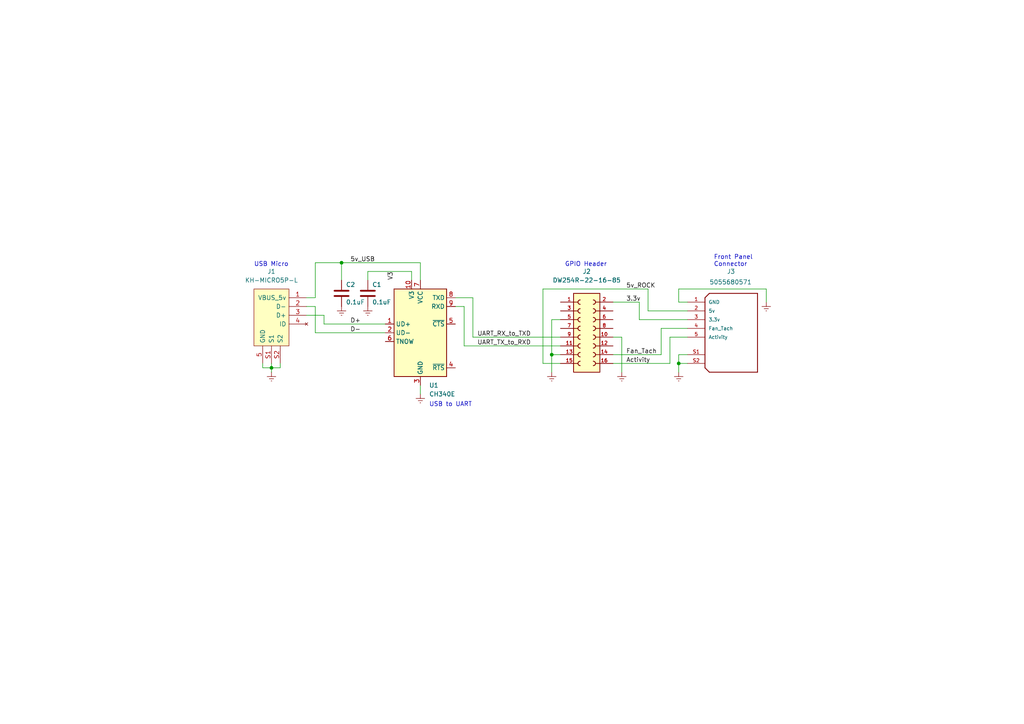
<source format=kicad_sch>
(kicad_sch (version 20211123) (generator eeschema)
  (paper "A4")
  (title_block (title "Proteus GPIO and UART Board") (date "2023-05-03") (rev "1.2") (company "Mercadian Systems LLC"))
  (lib_symbols
    (symbol "5055680571:5055680571" (pin_names (offset 1.016))
      (property "Reference" "J3" (at -1.27 19.05 0))
      (property "Value" "5055680571" (at -6.35 15.24 0))
      (symbol "5055680571_0_0"
        (polyline (pts (xy -7.62 -8.89) (xy -6.35 -10.16)) (stroke (width 0.254)))
        (polyline (pts (xy -7.62 10.16) (xy -7.62 -8.89)) (stroke (width 0.254)))
        (polyline (pts (xy -7.62 11.43) (xy -7.62 10.16)) (stroke (width 0.254)))
        (polyline (pts (xy -7.62 11.43) (xy -6.35 12.7)) (stroke (width 0.254)))
        (polyline (pts (xy -6.35 -10.16) (xy 7.62 -10.16)) (stroke (width 0.254)))
        (polyline (pts (xy 7.62 -10.16) (xy 7.62 12.7)) (stroke (width 0.254)))
        (polyline (pts (xy 7.62 12.7) (xy -6.35 12.7)) (stroke (width 0.254)) (fill (type background)))
        (pin passive line (at -12.7 10.16 0) (length 5.08) (name "GND") (number "1"))
        (pin passive line (at -12.7 7.62 0) (length 5.08) (name "5v") (number "2"))
        (pin passive line (at -12.7 5.08 0) (length 5.08) (name "3.3v") (number "3"))
        (pin passive line (at -12.7 2.54 0) (length 5.08) (name "Fan_Tach") (number "4"))
        (pin passive line (at -12.7 0 0) (length 5.08) (name "Activity") (number "5"))
        (pin passive line (at -12.7 -5.08 0) (length 5.08) (name "") (number "S1"))
        (pin passive line (at -12.7 -7.62 0) (length 5.08) (name "") (number "S2"))
      )
    )
    (symbol "61301621821:61301621821" (pin_names (offset 1.016))
      (property "Reference" "J" (at -1.27 13.97 0))
      (property "Value" "61301621821" (at -6.35 -12.7 0))
      (property "Mouser Link" "https://www.mouser.com/ProductDetail/710-61301621821" (at 0 -19.05 0))
      (symbol "61301621821_0_0"
        (rectangle (start -3.81 12.7) (end 3.81 -10.16) (stroke (width 0.254)) (fill (type background)))
        (arc (start -1.905 -6.985) (mid -2.54 -7.62) (end -1.905 -8.255) (stroke (width 0.254)))
        (arc (start -1.905 -4.445) (mid -2.54 -5.08) (end -1.905 -5.715) (stroke (width 0.254)))
        (arc (start -1.905 -1.905) (mid -2.54 -2.54) (end -1.905 -3.175) (stroke (width 0.254)))
        (arc (start -1.905 0.635) (mid -2.54 0) (end -1.905 -0.635) (stroke (width 0.254)))
        (arc (start -1.905 3.175) (mid -2.54 2.54) (end -1.905 1.905) (stroke (width 0.254)))
        (arc (start -1.905 5.715) (mid -2.54 5.08) (end -1.905 4.445) (stroke (width 0.254)))
        (arc (start -1.905 8.255) (mid -2.54 7.62) (end -1.905 6.985) (stroke (width 0.254)))
        (arc (start -1.905 10.795) (mid -2.54 10.16) (end -1.905 9.525) (stroke (width 0.254)))
        (arc (start 1.905 -8.255) (mid 2.54 -7.62) (end 1.905 -6.985) (stroke (width 0.254)))
        (arc (start 1.905 -5.715) (mid 2.54 -5.08) (end 1.905 -4.445) (stroke (width 0.254)))
        (arc (start 1.905 -3.175) (mid 2.54 -2.54) (end 1.905 -1.905) (stroke (width 0.254)))
        (arc (start 1.905 -0.635) (mid 2.54 0) (end 1.905 0.635) (stroke (width 0.254)))
        (arc (start 1.905 1.905) (mid 2.54 2.54) (end 1.905 3.175) (stroke (width 0.254)))
        (arc (start 1.905 4.445) (mid 2.54 5.08) (end 1.905 5.715) (stroke (width 0.254)))
        (arc (start 1.905 6.985) (mid 2.54 7.62) (end 1.905 8.255) (stroke (width 0.254)))
        (arc (start 1.905 9.525) (mid 2.54 10.16) (end 1.905 10.795) (stroke (width 0.254)))
        (pin passive line (at -7.62 10.16 0) (length 5.08) (name "~") (number "1"))
        (pin passive line (at 7.62 0 180) (length 5.08) (name "~") (number "10"))
        (pin passive line (at -7.62 -2.54 0) (length 5.08) (name "~") (number "11"))
        (pin passive line (at 7.62 -2.54 180) (length 5.08) (name "~") (number "12"))
        (pin passive line (at -7.62 -5.08 0) (length 5.08) (name "~") (number "13"))
        (pin passive line (at 7.62 -5.08 180) (length 5.08) (name "~") (number "14"))
        (pin passive line (at -7.62 -7.62 0) (length 5.08) (name "~") (number "15"))
        (pin passive line (at 7.62 -7.62 180) (length 5.08) (name "~") (number "16"))
        (pin passive line (at 7.62 10.16 180) (length 5.08) (name "~") (number "2"))
        (pin passive line (at -7.62 7.62 0) (length 5.08) (name "~") (number "3"))
        (pin passive line (at 7.62 7.62 180) (length 5.08) (name "~") (number "4"))
        (pin passive line (at -7.62 5.08 0) (length 5.08) (name "~") (number "5"))
        (pin passive line (at 7.62 5.08 180) (length 5.08) (name "~") (number "6"))
        (pin passive line (at -7.62 2.54 0) (length 5.08) (name "~") (number "7"))
        (pin passive line (at 7.62 2.54 180) (length 5.08) (name "~") (number "8"))
        (pin passive line (at -7.62 0 0) (length 5.08) (name "~") (number "9"))
      )
    )
    (symbol "Device:C" (pin_numbers hide) (pin_names (offset 0.254))
      (property "Reference" "C" (at 0.635 2.54 0))
      (property "Value" "C" (at 0.635 -2.54 0))
      (symbol "C_0_1"
        (polyline (pts (xy -2.032 -0.762) (xy 2.032 -0.762)) (stroke (width 0.508)))
        (polyline (pts (xy -2.032 0.762) (xy 2.032 0.762)) (stroke (width 0.508)))
      )
      (symbol "C_1_1"
        (pin passive line (at 0 3.81 270) (length 2.794) (name "~") (number "1"))
        (pin passive line (at 0 -3.81 90) (length 2.794) (name "~") (number "2"))
      )
    )
    (symbol "Interface_USB:CH340E"
      (property "Reference" "U" (at -5.08 13.97 0))
      (property "Value" "CH340E" (at 1.27 13.97 0))
      (symbol "CH340E_0_1"
        (rectangle (start -7.62 12.7) (end 7.62 -12.7) (stroke (width 0.254)) (fill (type background)))
      )
      (symbol "CH340E_1_1"
        (pin bidirectional line (at -10.16 2.54 0) (length 2.54) (name "UD+") (number "1"))
        (pin passive line (at -2.54 15.24 270) (length 2.54) (name "V3") (number "10"))
        (pin bidirectional line (at -10.16 0 0) (length 2.54) (name "UD-") (number "2"))
        (pin power_in line (at 0 -15.24 90) (length 2.54) (name "GND") (number "3"))
        (pin output line (at 10.16 -10.16 180) (length 2.54) (name "~{RTS}") (number "4"))
        (pin input line (at 10.16 2.54 180) (length 2.54) (name "~{CTS}") (number "5"))
        (pin output line (at -10.16 -2.54 0) (length 2.54) (name "TNOW") (number "6"))
        (pin power_in line (at 0 15.24 270) (length 2.54) (name "VCC") (number "7"))
        (pin output line (at 10.16 10.16 180) (length 2.54) (name "TXD") (number "8"))
        (pin input line (at 10.16 7.62 180) (length 2.54) (name "RXD") (number "9"))
      )
    )
    (symbol "USB3131-30-0230-A:USB3131-30-0230-A" (pin_names (offset 0.762))
      (property "Reference" "J1" (at 0 12.7 0))
      (property "Value" "USB3131-30-0230-A" (at 0 10.16 0))
      (symbol "USB3131-30-0230-A_0_0"
        (pin power_out line (at 10.16 5.08 180) (length 5.08) (name "VBUS_5v") (number "1"))
        (pin bidirectional line (at 10.16 2.54 180) (length 5.08) (name "D-") (number "2"))
        (pin bidirectional line (at 10.16 0 180) (length 5.08) (name "D+") (number "3"))
        (pin no_connect line (at 10.16 -2.54 180) (length 5.08) (name "ID") (number "4"))
        (pin power_in line (at -2.54 -13.97 90) (length 5.08) (name "GND") (number "5"))
        (pin passive line (at 0 -13.97 90) (length 5.08) (name "S1") (number "S1"))
        (pin passive line (at 2.54 -13.97 90) (length 5.08) (name "S2") (number "S2"))
      )
      (symbol "USB3131-30-0230-A_0_1"
        (polyline (pts (xy -5.08 7.62) (xy 5.08 7.62) (xy 5.08 -8.89) (xy -5.08 -8.89) (xy -5.08 7.62)) (stroke (width 0.1524)) (fill (type background)))
      )
    )
    (symbol "power:Earth" (power) (pin_names (offset 0))
      (symbol "Earth_0_1"
        (polyline (pts (xy -0.635 -1.905) (xy 0.635 -1.905)))
        (polyline (pts (xy -0.127 -2.54) (xy 0.127 -2.54)))
        (polyline (pts (xy 0 -1.27) (xy 0 0)))
        (polyline (pts (xy 1.27 -1.27) (xy -1.27 -1.27)))
      )
      (symbol "Earth_1_1"
        (pin power_in line (at 0 0 270) (length 0) hide (name "Earth") (number "1"))
      )
    )
  )
  (junction (at 196.85 105.41))
  (junction (at 78.74 106.68))
  (junction (at 160.02 102.87))
  (junction (at 99.06 76.2))
  (wire (pts (xy 160.02 92.71) (xy 160.02 102.87)))
  (wire (pts (xy 132.08 86.36) (xy 137.16 86.36)))
  (wire (pts (xy 91.44 96.52) (xy 111.76 96.52)))
  (wire (pts (xy 196.85 83.82) (xy 222.25 83.82)))
  (wire (pts (xy 194.31 97.79) (xy 199.39 97.79)))
  (wire (pts (xy 137.16 86.36) (xy 137.16 97.79)))
  (wire (pts (xy 157.48 83.82) (xy 157.48 105.41)))
  (wire (pts (xy 88.9 91.44) (xy 93.98 91.44)))
  (wire (pts (xy 88.9 88.9) (xy 91.44 88.9)))
  (wire (pts (xy 134.62 100.33) (xy 162.56 100.33)))
  (wire (pts (xy 106.68 78.74) (xy 106.68 81.28)))
  (wire (pts (xy 191.77 95.25) (xy 191.77 102.87)))
  (wire (pts (xy 199.39 95.25) (xy 191.77 95.25)))
  (wire (pts (xy 121.92 111.76) (xy 121.92 114.3)))
  (wire (pts (xy 157.48 83.82) (xy 187.96 83.82)))
  (wire (pts (xy 177.8 105.41) (xy 194.31 105.41)))
  (wire (pts (xy 121.92 81.28) (xy 121.92 76.2)))
  (wire (pts (xy 196.85 105.41) (xy 196.85 107.95)))
  (wire (pts (xy 222.25 83.82) (xy 222.25 87.63)))
  (wire (pts (xy 119.38 78.74) (xy 106.68 78.74)))
  (wire (pts (xy 81.28 105.41) (xy 81.28 106.68)))
  (wire (pts (xy 187.96 90.17) (xy 199.39 90.17)))
  (wire (pts (xy 177.8 102.87) (xy 191.77 102.87)))
  (wire (pts (xy 134.62 88.9) (xy 134.62 100.33)))
  (wire (pts (xy 160.02 92.71) (xy 162.56 92.71)))
  (wire (pts (xy 180.34 97.79) (xy 180.34 107.95)))
  (wire (pts (xy 93.98 93.98) (xy 111.76 93.98)))
  (wire (pts (xy 194.31 105.41) (xy 194.31 97.79)))
  (wire (pts (xy 177.8 97.79) (xy 180.34 97.79)))
  (wire (pts (xy 185.42 92.71) (xy 185.42 87.63)))
  (wire (pts (xy 199.39 87.63) (xy 196.85 87.63)))
  (wire (pts (xy 187.96 83.82) (xy 187.96 90.17)))
  (wire (pts (xy 199.39 105.41) (xy 196.85 105.41)))
  (wire (pts (xy 99.06 76.2) (xy 99.06 81.28)))
  (wire (pts (xy 177.8 87.63) (xy 185.42 87.63)))
  (wire (pts (xy 185.42 92.71) (xy 199.39 92.71)))
  (wire (pts (xy 132.08 88.9) (xy 134.62 88.9)))
  (wire (pts (xy 76.2 106.68) (xy 78.74 106.68)))
  (wire (pts (xy 76.2 105.41) (xy 76.2 106.68)))
  (wire (pts (xy 160.02 102.87) (xy 162.56 102.87)))
  (wire (pts (xy 121.92 76.2) (xy 99.06 76.2)))
  (wire (pts (xy 160.02 102.87) (xy 160.02 107.95)))
  (wire (pts (xy 93.98 91.44) (xy 93.98 93.98)))
  (wire (pts (xy 196.85 102.87) (xy 196.85 105.41)))
  (wire (pts (xy 78.74 105.41) (xy 78.74 106.68)))
  (wire (pts (xy 119.38 81.28) (xy 119.38 78.74)))
  (wire (pts (xy 81.28 106.68) (xy 78.74 106.68)))
  (wire (pts (xy 91.44 86.36) (xy 91.44 76.2)))
  (wire (pts (xy 88.9 86.36) (xy 91.44 86.36)))
  (wire (pts (xy 91.44 76.2) (xy 99.06 76.2)))
  (wire (pts (xy 78.74 106.68) (xy 78.74 107.95)))
  (wire (pts (xy 91.44 88.9) (xy 91.44 96.52)))
  (wire (pts (xy 162.56 105.41) (xy 157.48 105.41)))
  (wire (pts (xy 196.85 87.63) (xy 196.85 83.82)))
  (wire (pts (xy 137.16 97.79) (xy 162.56 97.79)))
  (wire (pts (xy 199.39 102.87) (xy 196.85 102.87)))
  (text "GPIO Header" (at 163.83 77.47 0) (effects (font (size 1.27 1.27)) (justify left bottom)))
  (text "USB to UART" (at 124.46 118.11 0) (effects (font (size 1.27 1.27)) (justify left bottom)))
  (text "USB Micro" (at 73.66 77.47 0) (effects (font (size 1.27 1.27)) (justify left bottom)))
  (text "Front Panel\nConnector" (at 207.01 77.47 0) (effects (font (size 1.27 1.27)) (justify left bottom)))
  (label "D+" (at 101.6 93.98 0))
  (label "V3" (at 114.3 78.74 270))
  (label "3.3v" (at 181.61 87.63 0))
  (label "Fan_Tach" (at 181.61 102.87 0))
  (label "UART_TX_to_RXD" (at 138.43 100.33 0))
  (label "D-" (at 101.6 96.52 0))
  (label "5v_ROCK" (at 181.61 83.82 0))
  (label "Activity" (at 181.61 105.41 0))
  (label "UART_RX_to_TXD" (at 138.43 97.79 0))
  (label "5v_USB" (at 101.6 76.2 0))
  (symbol (lib_id "61301621821:61301621821") (at 170.18 97.79 0) (unit 1)
    (property "Reference" "J2" (at 170.18 78.74 0))
    (property "Value" "DW254R-22-16-85" (at 170.18 81.28 0))
    (property "Footprint" "Footprints:61301621821" (effects hide))
    (property "Datasheet" "https://datasheet.lcsc.com/lcsc/2201121730_DEALON-DW254R-22-16-85_C2935989.pdf" (effects hide))
    (property "Comment" "Any 2x8P header, 2.54mm pitch, 8.5mm insul, 3mm pin length" (effects hide))
    (property "JLC" "C2935989" (effects hide))
    (property "LCSC" "C2935989" (effects hide))
    (property "Alt" "61301621821" (effects hide))
    (property "Alt Mouser Link" "https://www.mouser.com/ProductDetail/710-61301621821" (effects hide))
    (property "Alt Datasheet" "https://www.mouser.com/datasheet/2/445/61301621821-3087274.pdf" (effects hide))
  )
  (symbol (lib_id "USB3131-30-0230-A:USB3131-30-0230-A") (at 78.74 91.44 0) (unit 1)
    (property "Reference" "J1" (at 78.74 78.74 0))
    (property "Value" " KH-MICRO5P-L" (at 78.74 81.28 0))
    (property "Footprint" "Footprints:GCT_USB3131-30-0230-A_REVB" (effects hide))
    (property "Datasheet" "https://datasheet.lcsc.com/lcsc/2011291035_Shenzhen-Kinghelm-Elec-KH-MICRO5P-L_C962220.pdf" (effects hide))
    (property "Comment" "Any vertical through-hole USB Micro-B receptacle" (effects hide))
    (property "JLC" "C962220" (effects hide))
    (property "LCSC" "C962220" (effects hide))
    (property "Alt Value" "USB3131-30-0230-A" (effects hide))
    (property "Alt Description" "GCT (GLOBAL CONNECTOR TECHNOLOGY) - USB3131-30-0230-A - MICRO USB, 2.0 TYPE B, RECEPTACLE, THT" (effects hide))
    (property "Alt Datasheet" "https://gct.co/files/drawings/usb3131.pdf" (effects hide))
    (property "Alt Mouser Part Number" "640-USB3131300230A" (effects hide))
    (property "Alt Mouser Price/Stock" "https://www.mouser.com/ProductDetail/640-USB3131300230A" (effects hide))
    (property "Alt Manufacturer Name" "GCT (GLOBAL CONNECTOR TECHNOLOGY)" (effects hide))
    (property "Alt Manufacturer Part Number" "USB3131-30-0230-A" (effects hide))
  )
  (symbol (lib_id "power:Earth") (at 99.06 88.9 0) (unit 1)
    (property "Reference" "#PWR0112" (effects hide))
    (property "Value" "Earth" (effects hide))
  )
  (symbol (lib_id "power:Earth") (at 196.85 107.95 0) (unit 1)
    (property "Reference" "#PWR0103" (effects hide))
    (property "Value" "Earth" (effects hide))
  )
  (symbol (lib_id "Interface_USB:CH340E") (at 121.92 96.52 0) (unit 1)
    (property "Reference" "U1" (at 124.46 111.76 0) (effects (justify left)))
    (property "Value" "CH340E" (at 124.46 114.3 0) (effects (justify left)))
    (property "Footprint" "Package_SO:MSOP-10_3x3mm_P0.5mm" (effects hide))
    (property "Datasheet" "https://www.mpja.com/download/35227cpdata.pdf" (effects hide))
    (property "JLC" "C99652" (effects hide))
    (property "LCSC" "C99652" (effects hide))
  )
  (symbol (lib_id "power:Earth") (at 222.25 87.63 0) (unit 1)
    (property "Reference" "#PWR0102" (effects hide))
    (property "Value" "Earth" (effects hide))
  )
  (symbol (lib_id "power:Earth") (at 160.02 107.95 0) (unit 1)
    (property "Reference" "#PWR0104" (effects hide))
    (property "Value" "Earth" (effects hide))
  )
  (symbol (lib_id "Device:C") (at 106.68 85.09 0) (unit 1)
    (property "Reference" "C1" (at 107.95 82.55 0) (effects (justify left)))
    (property "Value" "0.1uF" (at 107.95 87.63 0) (effects (justify left)))
    (property "Footprint" "Capacitor_SMD:C_0603_1608Metric" (effects hide))
  )
  (symbol (lib_id "5055680571:5055680571") (at 212.09 97.79 0) (unit 1)
    (property "Reference" "J3" (at 210.82 78.74 0) (effects (justify left)))
    (property "Value" "5055680571" (at 205.74 82.55 0) (effects (justify left bottom)))
    (property "Footprint" "Footprints:MOLEX_5055680571" (effects hide))
    (property "Datasheet" "https://www.mouser.com/datasheet/2/276/2/5055680571_PCB_HEADERS-1551092.pdf" (effects hide))
    (property "STANDARD" "Manufacturer Recommendations" (effects hide))
    (property "MANUFACTURER" "Molex" (effects hide))
    (property "PARTREV" "C" (effects hide))
    (property "MAXIMUM_PACKAGE_HEIGHT" "4.2 mm" (effects hide))
    (property "Mouser Link" "https://www.mouser.com/ProductDetail/538-505568-0571" (effects hide))
    (property "JLC" "C585386" (effects hide))
    (property "LCSC" "C585386" (effects hide))
  )
  (symbol (lib_id "power:Earth") (at 78.74 107.95 0) (unit 1)
    (property "Reference" "#PWR0105" (effects hide))
    (property "Value" "Earth" (effects hide))
  )
  (symbol (lib_id "power:Earth") (at 180.34 107.95 0) (unit 1)
    (property "Reference" "#PWR0101" (effects hide))
    (property "Value" "Earth" (effects hide))
  )
  (symbol (lib_id "power:Earth") (at 121.92 114.3 0) (unit 1)
    (property "Reference" "#PWR0110" (effects hide))
    (property "Value" "Earth" (effects hide))
  )
  (symbol (lib_id "Device:C") (at 99.06 85.09 0) (unit 1)
    (property "Reference" "C2" (at 100.33 82.55 0) (effects (justify left)))
    (property "Value" "0.1uF" (at 100.33 87.63 0) (effects (justify left)))
    (property "Footprint" "Capacitor_SMD:C_0603_1608Metric" (effects hide))
  )
  (symbol (lib_id "power:Earth") (at 106.68 88.9 0) (unit 1)
    (property "Reference" "#PWR0111" (effects hide))
    (property "Value" "Earth" (effects hide))
  )
)
</source>
